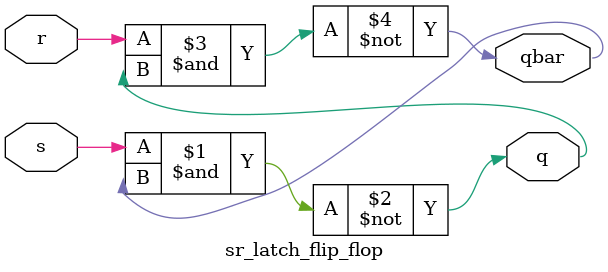
<source format=v>
`timescale 1ns / 1ps

module sr_latch_flip_flop(
input s,r,
output q,qbar
    );
    
    assign q=~(s&(qbar));
    assign qbar=(~(r&q));
    
endmodule
</source>
